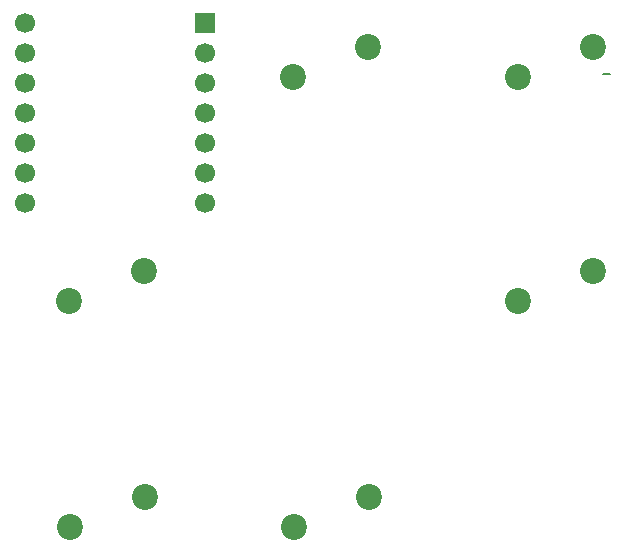
<source format=gbr>
%TF.GenerationSoftware,KiCad,Pcbnew,8.0.5*%
%TF.CreationDate,2024-10-03T17:23:51-04:00*%
%TF.ProjectId,Key,4b65792e-6b69-4636-9164-5f7063625858,rev?*%
%TF.SameCoordinates,Original*%
%TF.FileFunction,Copper,L2,Bot*%
%TF.FilePolarity,Positive*%
%FSLAX46Y46*%
G04 Gerber Fmt 4.6, Leading zero omitted, Abs format (unit mm)*
G04 Created by KiCad (PCBNEW 8.0.5) date 2024-10-03 17:23:51*
%MOMM*%
%LPD*%
G01*
G04 APERTURE LIST*
%TA.AperFunction,ComponentPad*%
%ADD10C,2.200000*%
%TD*%
%TA.AperFunction,ComponentPad*%
%ADD11R,1.700000X1.700000*%
%TD*%
%TA.AperFunction,ComponentPad*%
%ADD12C,1.700000*%
%TD*%
%TA.AperFunction,Conductor*%
%ADD13C,0.200000*%
%TD*%
G04 APERTURE END LIST*
D10*
%TO.P,SW3,1,1*%
%TO.N,Net-(U1-PA7_A8_D8_SCK)*%
X68460000Y-48920000D03*
%TO.P,SW3,2,2*%
%TO.N,GND*%
X62110000Y-51460000D03*
%TD*%
%TO.P,SW2,1,1*%
%TO.N,Net-(U1-PA5_A9_D9_MISO)*%
X49405000Y-29945000D03*
%TO.P,SW2,2,2*%
%TO.N,GND*%
X43055000Y-32485000D03*
%TD*%
%TO.P,SW1,1,1*%
%TO.N,Net-(U1-PA6_A10_D10_MOSI)*%
X68460000Y-29920000D03*
%TO.P,SW1,2,2*%
%TO.N,GND*%
X62110000Y-32460000D03*
%TD*%
%TO.P,SW4,1,1*%
%TO.N,Net-(U1-PA9_A5_D5_SCL)*%
X30460000Y-48920000D03*
%TO.P,SW4,2,2*%
%TO.N,GND*%
X24110000Y-51460000D03*
%TD*%
%TO.P,SW5,2,2*%
%TO.N,GND*%
X24150000Y-70540000D03*
%TO.P,SW5,1,1*%
%TO.N,Net-(U1-PA8_A4_D4_SDA)*%
X30500000Y-68000000D03*
%TD*%
%TO.P,SW6,2,2*%
%TO.N,GND*%
X43150000Y-70540000D03*
%TO.P,SW6,1,1*%
%TO.N,unconnected-(SW6-Pad1)*%
X49500000Y-68000000D03*
%TD*%
D11*
%TO.P,U1,1,PA02_A0_D0*%
%TO.N,Net-(U1-PA02_A0_D0)*%
X35625000Y-27880000D03*
D12*
%TO.P,U1,2,PA4_A1_D1*%
%TO.N,Net-(U1-PA4_A1_D1)*%
X35625000Y-30420000D03*
%TO.P,U1,3,PA10_A2_D2*%
%TO.N,Net-(U1-PA10_A2_D2)*%
X35625000Y-32960000D03*
%TO.P,U1,4,PA11_A3_D3*%
%TO.N,unconnected-(U1-PA11_A3_D3-Pad4)*%
X35625000Y-35500000D03*
%TO.P,U1,5,PA8_A4_D4_SDA*%
%TO.N,Net-(U1-PA8_A4_D4_SDA)*%
X35625000Y-38040000D03*
%TO.P,U1,6,PA9_A5_D5_SCL*%
%TO.N,Net-(U1-PA9_A5_D5_SCL)*%
X35625000Y-40580000D03*
%TO.P,U1,7,PB08_A6_D6_TX*%
%TO.N,unconnected-(U1-PB08_A6_D6_TX-Pad7)*%
X35625000Y-43120000D03*
%TO.P,U1,8,PB09_A7_D7_RX*%
%TO.N,unconnected-(U1-PB09_A7_D7_RX-Pad8)*%
X20375000Y-43120000D03*
%TO.P,U1,9,PA7_A8_D8_SCK*%
%TO.N,Net-(U1-PA7_A8_D8_SCK)*%
X20375000Y-40580000D03*
%TO.P,U1,10,PA5_A9_D9_MISO*%
%TO.N,Net-(U1-PA5_A9_D9_MISO)*%
X20375000Y-38040000D03*
%TO.P,U1,11,PA6_A10_D10_MOSI*%
%TO.N,Net-(U1-PA6_A10_D10_MOSI)*%
X20375000Y-35500000D03*
%TO.P,U1,12,3V3*%
%TO.N,unconnected-(U1-3V3-Pad12)*%
X20375000Y-32960000D03*
%TO.P,U1,13,GND*%
%TO.N,GND*%
X20375000Y-30420000D03*
%TO.P,U1,14,5V*%
%TO.N,unconnected-(U1-5V-Pad14)*%
X20375000Y-27880000D03*
%TD*%
D13*
%TO.N,GND*%
X69357470Y-32237470D02*
X69891000Y-32237470D01*
%TD*%
M02*

</source>
